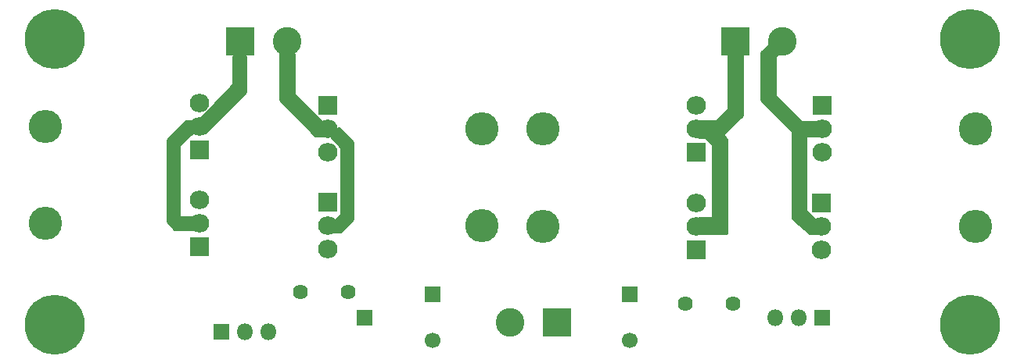
<source format=gbr>
%TF.GenerationSoftware,KiCad,Pcbnew,5.1.5+dfsg1-2build2*%
%TF.CreationDate,2021-10-16T12:52:01+01:00*%
%TF.ProjectId,motor_driver_v1,6d6f746f-725f-4647-9269-7665725f7631,rev?*%
%TF.SameCoordinates,Original*%
%TF.FileFunction,Soldermask,Bot*%
%TF.FilePolarity,Negative*%
%FSLAX46Y46*%
G04 Gerber Fmt 4.6, Leading zero omitted, Abs format (unit mm)*
G04 Created by KiCad (PCBNEW 5.1.5+dfsg1-2build2) date 2021-10-16 12:52:01*
%MOMM*%
%LPD*%
G04 APERTURE LIST*
%ADD10O,2.100000X2.005000*%
%ADD11R,2.100000X2.005000*%
%ADD12O,3.600000X3.600000*%
%ADD13C,3.600000*%
%ADD14C,0.900000*%
%ADD15C,6.500000*%
%ADD16R,1.800000X1.800000*%
%ADD17C,1.700000*%
%ADD18R,1.700000X1.700000*%
%ADD19C,3.100000*%
%ADD20R,3.100000X3.100000*%
%ADD21O,1.800000X1.800000*%
%ADD22C,1.624000*%
%ADD23C,0.254000*%
G04 APERTURE END LIST*
D10*
%TO.C,Q5*%
X64211200Y-47726600D03*
X64211200Y-50266600D03*
D11*
X64211200Y-52806600D03*
D12*
X47551200Y-50266600D03*
%TD*%
D10*
%TO.C,Q4*%
X131572000Y-42519600D03*
X131572000Y-39979600D03*
D11*
X131572000Y-37439600D03*
D13*
X148232000Y-39979600D03*
%TD*%
D14*
%TO.C,H4*%
X50211056Y-59516944D03*
X48514000Y-58814000D03*
X46816944Y-59516944D03*
X46114000Y-61214000D03*
X46816944Y-62911056D03*
X48514000Y-63614000D03*
X50211056Y-62911056D03*
X50914000Y-61214000D03*
D15*
X48514000Y-61214000D03*
%TD*%
D14*
%TO.C,H3*%
X50211056Y-28528944D03*
X48514000Y-27826000D03*
X46816944Y-28528944D03*
X46114000Y-30226000D03*
X46816944Y-31923056D03*
X48514000Y-32626000D03*
X50211056Y-31923056D03*
X50914000Y-30226000D03*
D15*
X48514000Y-30226000D03*
%TD*%
D14*
%TO.C,H2*%
X149271056Y-59516944D03*
X147574000Y-58814000D03*
X145876944Y-59516944D03*
X145174000Y-61214000D03*
X145876944Y-62911056D03*
X147574000Y-63614000D03*
X149271056Y-62911056D03*
X149974000Y-61214000D03*
D15*
X147574000Y-61214000D03*
%TD*%
D14*
%TO.C,H1*%
X149271056Y-28528944D03*
X147574000Y-27826000D03*
X145876944Y-28528944D03*
X145174000Y-30226000D03*
X145876944Y-31923056D03*
X147574000Y-32626000D03*
X149271056Y-31923056D03*
X149974000Y-30226000D03*
D15*
X147574000Y-30226000D03*
%TD*%
D16*
%TO.C,J6*%
X82042000Y-60452000D03*
%TD*%
D17*
%TO.C,C5*%
X110744000Y-62912000D03*
D18*
X110744000Y-57912000D03*
%TD*%
D17*
%TO.C,C10*%
X89408000Y-62912000D03*
D18*
X89408000Y-57912000D03*
%TD*%
D10*
%TO.C,Q8*%
X131549000Y-53086000D03*
X131549000Y-50546000D03*
D11*
X131549000Y-48006000D03*
D12*
X148209000Y-50546000D03*
%TD*%
D10*
%TO.C,Q7*%
X118006000Y-48006000D03*
X118006000Y-50546000D03*
D11*
X118006000Y-53086000D03*
D12*
X101346000Y-50546000D03*
%TD*%
D10*
%TO.C,Q6*%
X78079600Y-53035200D03*
X78079600Y-50495200D03*
D11*
X78079600Y-47955200D03*
D12*
X94739600Y-50495200D03*
%TD*%
D10*
%TO.C,Q3*%
X118006000Y-37439600D03*
X118006000Y-39979600D03*
D11*
X118006000Y-42519600D03*
D12*
X101346000Y-39979600D03*
%TD*%
D10*
%TO.C,Q2*%
X78130400Y-42519600D03*
X78130400Y-39979600D03*
D11*
X78130400Y-37439600D03*
D12*
X94790400Y-39979600D03*
%TD*%
D10*
%TO.C,Q1*%
X64208800Y-37211000D03*
X64208800Y-39751000D03*
D11*
X64208800Y-42291000D03*
D12*
X47548800Y-39751000D03*
%TD*%
D19*
%TO.C,J5*%
X97790000Y-60960000D03*
D20*
X102870000Y-60960000D03*
%TD*%
D21*
%TO.C,J4*%
X126492000Y-60452000D03*
X129032000Y-60452000D03*
D16*
X131572000Y-60452000D03*
%TD*%
D19*
%TO.C,J3*%
X127254000Y-30480000D03*
D20*
X122174000Y-30480000D03*
%TD*%
D21*
%TO.C,J2*%
X71628000Y-61976000D03*
X69088000Y-61976000D03*
D16*
X66548000Y-61976000D03*
%TD*%
D19*
%TO.C,J1*%
X73660000Y-30480000D03*
D20*
X68580000Y-30480000D03*
%TD*%
D22*
%TO.C,F2*%
X121920000Y-58928000D03*
X116820000Y-58928000D03*
%TD*%
%TO.C,F1*%
X75164000Y-57658000D03*
X80264000Y-57658000D03*
%TD*%
D23*
G36*
X122936000Y-38555394D02*
G01*
X120941197Y-40550197D01*
X120925403Y-40569443D01*
X120913667Y-40591399D01*
X120906440Y-40615224D01*
X120904000Y-40640000D01*
X120906440Y-40664776D01*
X120913667Y-40688601D01*
X120929400Y-40716200D01*
X121285000Y-41190333D01*
X121285000Y-51308000D01*
X118237000Y-51308000D01*
X118237000Y-49657000D01*
X119634000Y-49657000D01*
X119658776Y-49654560D01*
X119682601Y-49647333D01*
X119704557Y-49635597D01*
X119723803Y-49619803D01*
X119739597Y-49600557D01*
X119751333Y-49578601D01*
X119758560Y-49554776D01*
X119761000Y-49530000D01*
X119761000Y-41783000D01*
X119758560Y-41758224D01*
X119751333Y-41734399D01*
X119739597Y-41712443D01*
X119723803Y-41693197D01*
X118961803Y-40931197D01*
X118942557Y-40915403D01*
X118920601Y-40903667D01*
X118896776Y-40896440D01*
X118872000Y-40894000D01*
X118237000Y-40894000D01*
X118237000Y-39116000D01*
X120142000Y-39116000D01*
X120166776Y-39113560D01*
X120190601Y-39106333D01*
X120212557Y-39094597D01*
X120231803Y-39078803D01*
X121374803Y-37935803D01*
X121390597Y-37916557D01*
X121402333Y-37894601D01*
X121409560Y-37870776D01*
X121412000Y-37846000D01*
X121412000Y-31877000D01*
X122936000Y-31877000D01*
X122936000Y-38555394D01*
G37*
X122936000Y-38555394D02*
X120941197Y-40550197D01*
X120925403Y-40569443D01*
X120913667Y-40591399D01*
X120906440Y-40615224D01*
X120904000Y-40640000D01*
X120906440Y-40664776D01*
X120913667Y-40688601D01*
X120929400Y-40716200D01*
X121285000Y-41190333D01*
X121285000Y-51308000D01*
X118237000Y-51308000D01*
X118237000Y-49657000D01*
X119634000Y-49657000D01*
X119658776Y-49654560D01*
X119682601Y-49647333D01*
X119704557Y-49635597D01*
X119723803Y-49619803D01*
X119739597Y-49600557D01*
X119751333Y-49578601D01*
X119758560Y-49554776D01*
X119761000Y-49530000D01*
X119761000Y-41783000D01*
X119758560Y-41758224D01*
X119751333Y-41734399D01*
X119739597Y-41712443D01*
X119723803Y-41693197D01*
X118961803Y-40931197D01*
X118942557Y-40915403D01*
X118920601Y-40903667D01*
X118896776Y-40896440D01*
X118872000Y-40894000D01*
X118237000Y-40894000D01*
X118237000Y-39116000D01*
X120142000Y-39116000D01*
X120166776Y-39113560D01*
X120190601Y-39106333D01*
X120212557Y-39094597D01*
X120231803Y-39078803D01*
X121374803Y-37935803D01*
X121390597Y-37916557D01*
X121402333Y-37894601D01*
X121409560Y-37870776D01*
X121412000Y-37846000D01*
X121412000Y-31877000D01*
X122936000Y-31877000D01*
X122936000Y-38555394D01*
G36*
X126947394Y-31750000D02*
G01*
X126529197Y-32168197D01*
X126513403Y-32187443D01*
X126501667Y-32209399D01*
X126494440Y-32233224D01*
X126492000Y-32258000D01*
X126492000Y-36322000D01*
X126494440Y-36346776D01*
X126501667Y-36370601D01*
X126513403Y-36392557D01*
X126529197Y-36411803D01*
X129323197Y-39205803D01*
X129342443Y-39221597D01*
X129364399Y-39233333D01*
X129388224Y-39240560D01*
X129413000Y-39243000D01*
X131191000Y-39243000D01*
X131191000Y-40767000D01*
X129921000Y-40767000D01*
X129896224Y-40769440D01*
X129872399Y-40776667D01*
X129850443Y-40788403D01*
X129831197Y-40804197D01*
X129815403Y-40823443D01*
X129803667Y-40845399D01*
X129796440Y-40869224D01*
X129794000Y-40894000D01*
X129794000Y-48768000D01*
X129796440Y-48792776D01*
X129803667Y-48816601D01*
X129815403Y-48838557D01*
X129831197Y-48857803D01*
X130937000Y-49963606D01*
X130937000Y-51308000D01*
X130222376Y-51308000D01*
X128397000Y-49726008D01*
X128397000Y-40386000D01*
X128394560Y-40361224D01*
X128387333Y-40337399D01*
X128375597Y-40315443D01*
X128359803Y-40296197D01*
X124968000Y-36904394D01*
X124968000Y-31680031D01*
X125978872Y-30781478D01*
X126947394Y-31750000D01*
G37*
X126947394Y-31750000D02*
X126529197Y-32168197D01*
X126513403Y-32187443D01*
X126501667Y-32209399D01*
X126494440Y-32233224D01*
X126492000Y-32258000D01*
X126492000Y-36322000D01*
X126494440Y-36346776D01*
X126501667Y-36370601D01*
X126513403Y-36392557D01*
X126529197Y-36411803D01*
X129323197Y-39205803D01*
X129342443Y-39221597D01*
X129364399Y-39233333D01*
X129388224Y-39240560D01*
X129413000Y-39243000D01*
X131191000Y-39243000D01*
X131191000Y-40767000D01*
X129921000Y-40767000D01*
X129896224Y-40769440D01*
X129872399Y-40776667D01*
X129850443Y-40788403D01*
X129831197Y-40804197D01*
X129815403Y-40823443D01*
X129803667Y-40845399D01*
X129796440Y-40869224D01*
X129794000Y-40894000D01*
X129794000Y-48768000D01*
X129796440Y-48792776D01*
X129803667Y-48816601D01*
X129815403Y-48838557D01*
X129831197Y-48857803D01*
X130937000Y-49963606D01*
X130937000Y-51308000D01*
X130222376Y-51308000D01*
X128397000Y-49726008D01*
X128397000Y-40386000D01*
X128394560Y-40361224D01*
X128387333Y-40337399D01*
X128375597Y-40315443D01*
X128359803Y-40296197D01*
X124968000Y-36904394D01*
X124968000Y-31680031D01*
X125978872Y-30781478D01*
X126947394Y-31750000D01*
G36*
X80772000Y-41454606D02*
G01*
X80772000Y-49858394D01*
X79449394Y-51181000D01*
X78740000Y-51181000D01*
X78740000Y-49911000D01*
X78867000Y-49911000D01*
X78891776Y-49908560D01*
X78915601Y-49901333D01*
X78937557Y-49889597D01*
X78956803Y-49873803D01*
X79464803Y-49365803D01*
X79480597Y-49346557D01*
X79492333Y-49324601D01*
X79499560Y-49300776D01*
X79502000Y-49276000D01*
X79502000Y-42037000D01*
X79499560Y-42012224D01*
X79492333Y-41988399D01*
X79480597Y-41966443D01*
X79464803Y-41947197D01*
X78406478Y-40888872D01*
X79253437Y-39936043D01*
X80772000Y-41454606D01*
G37*
X80772000Y-41454606D02*
X80772000Y-49858394D01*
X79449394Y-51181000D01*
X78740000Y-51181000D01*
X78740000Y-49911000D01*
X78867000Y-49911000D01*
X78891776Y-49908560D01*
X78915601Y-49901333D01*
X78937557Y-49889597D01*
X78956803Y-49873803D01*
X79464803Y-49365803D01*
X79480597Y-49346557D01*
X79492333Y-49324601D01*
X79499560Y-49300776D01*
X79502000Y-49276000D01*
X79502000Y-42037000D01*
X79499560Y-42012224D01*
X79492333Y-41988399D01*
X79480597Y-41966443D01*
X79464803Y-41947197D01*
X78406478Y-40888872D01*
X79253437Y-39936043D01*
X80772000Y-41454606D01*
G36*
X74422000Y-36195000D02*
G01*
X74424440Y-36219776D01*
X74431667Y-36243601D01*
X74443403Y-36265557D01*
X74459197Y-36284803D01*
X77470000Y-39295606D01*
X77470000Y-40767000D01*
X76760606Y-40767000D01*
X72898000Y-36904394D01*
X72898000Y-31877000D01*
X74422000Y-31877000D01*
X74422000Y-36195000D01*
G37*
X74422000Y-36195000D02*
X74424440Y-36219776D01*
X74431667Y-36243601D01*
X74443403Y-36265557D01*
X74459197Y-36284803D01*
X77470000Y-39295606D01*
X77470000Y-40767000D01*
X76760606Y-40767000D01*
X72898000Y-36904394D01*
X72898000Y-31877000D01*
X74422000Y-31877000D01*
X74422000Y-36195000D01*
G36*
X69215000Y-36015394D02*
G01*
X64844394Y-40386000D01*
X63500000Y-40386000D01*
X63475224Y-40388440D01*
X63451399Y-40395667D01*
X63429443Y-40407403D01*
X63410197Y-40423197D01*
X62013197Y-41820197D01*
X61997403Y-41839443D01*
X61985667Y-41861399D01*
X61978440Y-41885224D01*
X61976000Y-41910000D01*
X61976000Y-49403000D01*
X61978440Y-49427776D01*
X61985667Y-49451601D01*
X61997403Y-49473557D01*
X62013197Y-49492803D01*
X62032443Y-49508597D01*
X62054399Y-49520333D01*
X62078224Y-49527560D01*
X62103000Y-49530000D01*
X63754000Y-49530000D01*
X63754000Y-50927000D01*
X61520606Y-50927000D01*
X60706000Y-50112394D01*
X60706000Y-41200606D01*
X62790606Y-39116000D01*
X64262000Y-39116000D01*
X64286776Y-39113560D01*
X64310601Y-39106333D01*
X64332557Y-39094597D01*
X64351803Y-39078803D01*
X64367597Y-39059557D01*
X64379333Y-39037601D01*
X64386560Y-39013776D01*
X64389000Y-38989000D01*
X64389000Y-38786257D01*
X67782420Y-35267155D01*
X67797862Y-35247626D01*
X67809197Y-35225460D01*
X67815990Y-35201508D01*
X67818000Y-35179000D01*
X67818000Y-32131000D01*
X69215000Y-32131000D01*
X69215000Y-36015394D01*
G37*
X69215000Y-36015394D02*
X64844394Y-40386000D01*
X63500000Y-40386000D01*
X63475224Y-40388440D01*
X63451399Y-40395667D01*
X63429443Y-40407403D01*
X63410197Y-40423197D01*
X62013197Y-41820197D01*
X61997403Y-41839443D01*
X61985667Y-41861399D01*
X61978440Y-41885224D01*
X61976000Y-41910000D01*
X61976000Y-49403000D01*
X61978440Y-49427776D01*
X61985667Y-49451601D01*
X61997403Y-49473557D01*
X62013197Y-49492803D01*
X62032443Y-49508597D01*
X62054399Y-49520333D01*
X62078224Y-49527560D01*
X62103000Y-49530000D01*
X63754000Y-49530000D01*
X63754000Y-50927000D01*
X61520606Y-50927000D01*
X60706000Y-50112394D01*
X60706000Y-41200606D01*
X62790606Y-39116000D01*
X64262000Y-39116000D01*
X64286776Y-39113560D01*
X64310601Y-39106333D01*
X64332557Y-39094597D01*
X64351803Y-39078803D01*
X64367597Y-39059557D01*
X64379333Y-39037601D01*
X64386560Y-39013776D01*
X64389000Y-38989000D01*
X64389000Y-38786257D01*
X67782420Y-35267155D01*
X67797862Y-35247626D01*
X67809197Y-35225460D01*
X67815990Y-35201508D01*
X67818000Y-35179000D01*
X67818000Y-32131000D01*
X69215000Y-32131000D01*
X69215000Y-36015394D01*
M02*

</source>
